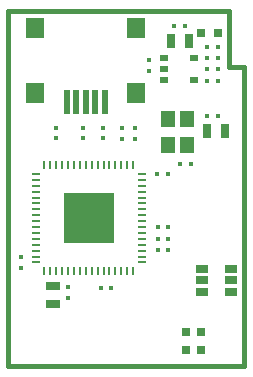
<source format=gtp>
G04 (created by PCBNEW-RS274X (2010-05-05 BZR 2356)-stable) date 2010年10月26日 星期二 23时10分03秒*
G01*
G70*
G90*
%MOIN*%
G04 Gerber Fmt 3.4, Leading zero omitted, Abs format*
%FSLAX34Y34*%
G04 APERTURE LIST*
%ADD10C,0.006000*%
%ADD11C,0.015000*%
%ADD12R,0.031400X0.031400*%
%ADD13R,0.009800X0.031500*%
%ADD14R,0.031500X0.009800*%
%ADD15R,0.171300X0.171300*%
%ADD16R,0.018100X0.018100*%
%ADD17R,0.025000X0.045000*%
%ADD18R,0.045000X0.025000*%
%ADD19R,0.030000X0.020000*%
%ADD20R,0.039400X0.027600*%
%ADD21R,0.019700X0.078700*%
%ADD22R,0.063000X0.070900*%
%ADD23R,0.045300X0.055100*%
G04 APERTURE END LIST*
G54D10*
G54D11*
X47244Y-41220D02*
X47244Y-41220D01*
X46732Y-41221D02*
X47244Y-41221D01*
X46732Y-39370D02*
X46732Y-41220D01*
X39370Y-51181D02*
X39370Y-39370D01*
X47244Y-51181D02*
X39370Y-51181D01*
X47244Y-41220D02*
X47244Y-51181D01*
X39370Y-39370D02*
X46732Y-39370D01*
G54D12*
X46375Y-40080D03*
X45785Y-40080D03*
X45800Y-50645D03*
X45800Y-50055D03*
X45300Y-50645D03*
X45300Y-50055D03*
G54D13*
X43530Y-44490D03*
X43333Y-44490D03*
X43136Y-44490D03*
X42939Y-44490D03*
X42743Y-44490D03*
X42546Y-44490D03*
X42349Y-44490D03*
X42152Y-44490D03*
X41955Y-44490D03*
X41758Y-44490D03*
X41561Y-44490D03*
X41365Y-44490D03*
X41168Y-44490D03*
X40971Y-44490D03*
X40774Y-44490D03*
X40577Y-44490D03*
G54D14*
X40282Y-44785D03*
X40282Y-44982D03*
X40282Y-45179D03*
X40282Y-45376D03*
X40282Y-45573D03*
X40282Y-45770D03*
X40282Y-45966D03*
X40282Y-46163D03*
X40282Y-46360D03*
X40282Y-46557D03*
X40282Y-46754D03*
X40282Y-46951D03*
X40282Y-47147D03*
X40282Y-47344D03*
X40282Y-47541D03*
X40282Y-47738D03*
G54D13*
X40577Y-48033D03*
X40774Y-48033D03*
X40971Y-48033D03*
X41168Y-48033D03*
X41365Y-48033D03*
X41561Y-48033D03*
X41758Y-48033D03*
X41955Y-48033D03*
X42152Y-48033D03*
X42349Y-48033D03*
X42546Y-48033D03*
X42743Y-48033D03*
X42939Y-48033D03*
X43136Y-48033D03*
X43333Y-48033D03*
X43530Y-48033D03*
G54D14*
X43825Y-47738D03*
X43825Y-47541D03*
X43825Y-47344D03*
X43825Y-47147D03*
X43825Y-46951D03*
X43825Y-46754D03*
X43825Y-46557D03*
X43825Y-46360D03*
X43825Y-46163D03*
X43825Y-45966D03*
X43825Y-45770D03*
X43825Y-45573D03*
X43825Y-45376D03*
X43825Y-45179D03*
X43825Y-44982D03*
X43825Y-44785D03*
G54D15*
X42054Y-46262D03*
G54D16*
X45110Y-44440D03*
X45460Y-44440D03*
X43587Y-43618D03*
X43587Y-43268D03*
X44050Y-41350D03*
X44050Y-41000D03*
X44710Y-46950D03*
X44360Y-46950D03*
X44710Y-46570D03*
X44360Y-46570D03*
X46010Y-41300D03*
X46360Y-41300D03*
X46010Y-40920D03*
X46360Y-40920D03*
X44900Y-39840D03*
X45250Y-39840D03*
X42450Y-48580D03*
X42800Y-48580D03*
X44360Y-47330D03*
X44710Y-47330D03*
X39780Y-47560D03*
X39780Y-47910D03*
X41360Y-48570D03*
X41360Y-48920D03*
X44340Y-44790D03*
X44690Y-44790D03*
X43169Y-43268D03*
X43169Y-43618D03*
X41870Y-43248D03*
X41870Y-43598D03*
X46360Y-40540D03*
X46010Y-40540D03*
X46010Y-42850D03*
X46360Y-42850D03*
X46010Y-41680D03*
X46360Y-41680D03*
G54D17*
X44780Y-40340D03*
X45380Y-40340D03*
X45980Y-43350D03*
X46580Y-43350D03*
G54D18*
X40870Y-48530D03*
X40870Y-49130D03*
G54D19*
X44550Y-40915D03*
X44550Y-41665D03*
X45550Y-40915D03*
X44550Y-41290D03*
X45550Y-41665D03*
G54D20*
X45840Y-47960D03*
X45840Y-48335D03*
X45840Y-48708D03*
X46784Y-48710D03*
X46784Y-48332D03*
X46784Y-47960D03*
G54D21*
X41320Y-42393D03*
X41635Y-42393D03*
X41950Y-42393D03*
X42265Y-42393D03*
X42580Y-42393D03*
G54D22*
X40257Y-42078D03*
X43643Y-42078D03*
X40257Y-39933D03*
X43643Y-39933D03*
G54D16*
X40949Y-43598D03*
X40949Y-43248D03*
X42539Y-43602D03*
X42539Y-43252D03*
G54D23*
X44690Y-42970D03*
X44690Y-43836D03*
X45320Y-43836D03*
X45320Y-42970D03*
M02*

</source>
